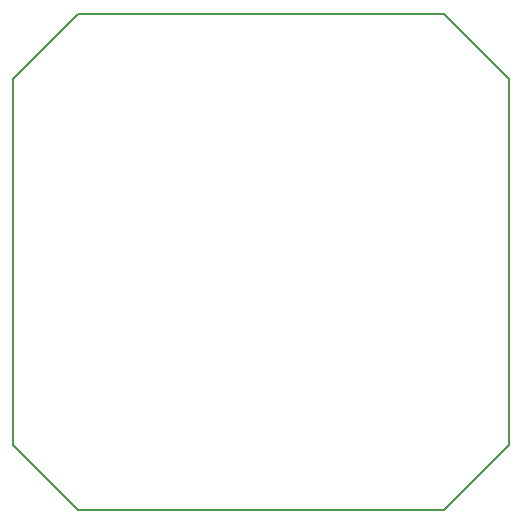
<source format=gtp>
G04 #@! TF.FileFunction,Paste,Top*
%FSLAX46Y46*%
G04 Gerber Fmt 4.6, Leading zero omitted, Abs format (unit mm)*
G04 Created by KiCad (PCBNEW 4.0.7) date Thu Jan 25 16:07:57 2018*
%MOMM*%
%LPD*%
G01*
G04 APERTURE LIST*
%ADD10C,0.100000*%
%ADD11C,0.150000*%
G04 APERTURE END LIST*
D10*
D11*
X42000000Y36500000D02*
X42000000Y5500000D01*
X36500000Y42000000D02*
X42000000Y36500000D01*
X5500000Y42000000D02*
X36500000Y42000000D01*
X0Y36500000D02*
X5500000Y42000000D01*
X0Y5500000D02*
X0Y36500000D01*
X5500000Y0D02*
X0Y5500000D01*
X36500000Y0D02*
X5500000Y0D01*
X42000000Y5500000D02*
X36500000Y0D01*
M02*

</source>
